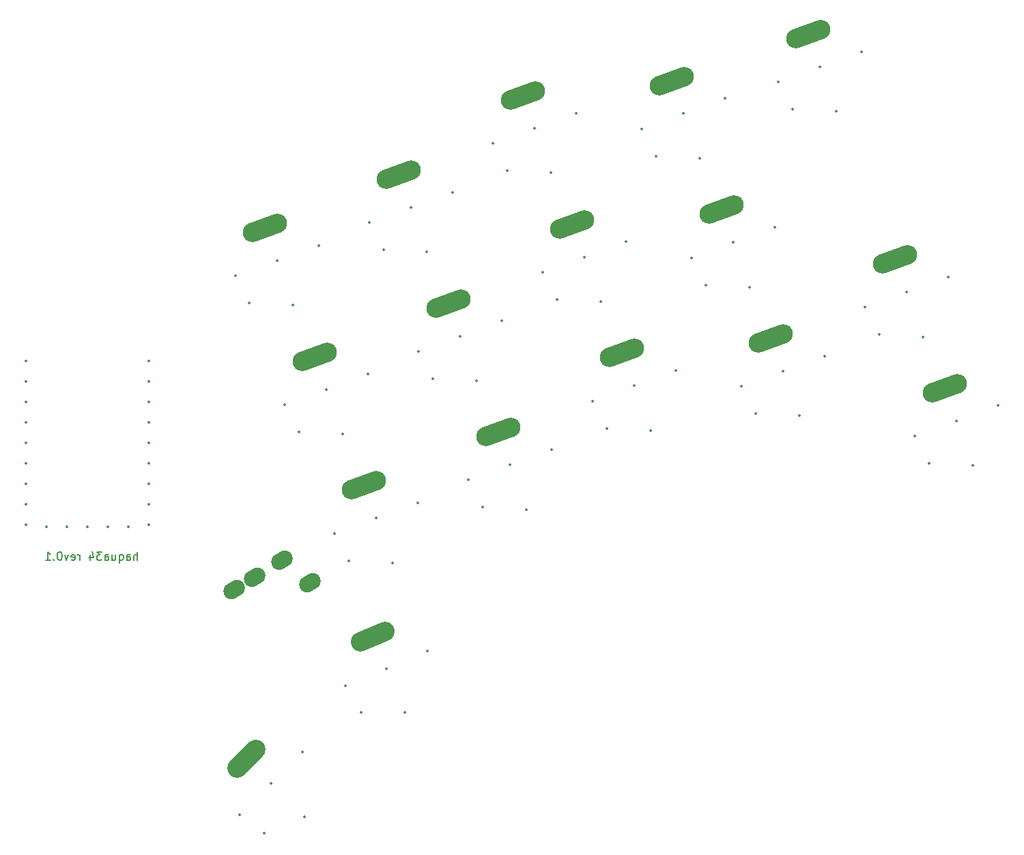
<source format=gbo>
%TF.GenerationSoftware,KiCad,Pcbnew,(6.0.11)*%
%TF.CreationDate,2024-04-13T23:15:29+09:00*%
%TF.ProjectId,haqua34_right-bottom-plate,68617175-6133-4345-9f72-696768742d62,rev?*%
%TF.SameCoordinates,Original*%
%TF.FileFunction,Legend,Bot*%
%TF.FilePolarity,Positive*%
%FSLAX46Y46*%
G04 Gerber Fmt 4.6, Leading zero omitted, Abs format (unit mm)*
G04 Created by KiCad (PCBNEW (6.0.11)) date 2024-04-13 23:15:29*
%MOMM*%
%LPD*%
G01*
G04 APERTURE LIST*
G04 Aperture macros list*
%AMHorizOval*
0 Thick line with rounded ends*
0 $1 width*
0 $2 $3 position (X,Y) of the first rounded end (center of the circle)*
0 $4 $5 position (X,Y) of the second rounded end (center of the circle)*
0 Add line between two ends*
20,1,$1,$2,$3,$4,$5,0*
0 Add two circle primitives to create the rounded ends*
1,1,$1,$2,$3*
1,1,$1,$4,$5*%
G04 Aperture macros list end*
%ADD10C,0.200000*%
%ADD11C,0.350000*%
%ADD12HorizOval,2.399999X-1.550493X-0.564333X1.550493X0.564333X0*%
%ADD13HorizOval,1.999999X0.341056X0.208999X-0.341056X-0.208999X0*%
%ADD14HorizOval,2.399999X-1.166726X-1.166726X1.166726X1.166726X0*%
%ADD15HorizOval,2.399999X-1.518833X-0.644706X1.518833X0.644706X0*%
G04 APERTURE END LIST*
D10*
X43141666Y-92877380D02*
X43141666Y-91877380D01*
X42713095Y-92877380D02*
X42713095Y-92353571D01*
X42760714Y-92258333D01*
X42855952Y-92210714D01*
X42998809Y-92210714D01*
X43094047Y-92258333D01*
X43141666Y-92305952D01*
X41808333Y-92877380D02*
X41808333Y-92353571D01*
X41855952Y-92258333D01*
X41951190Y-92210714D01*
X42141666Y-92210714D01*
X42236904Y-92258333D01*
X41808333Y-92829761D02*
X41903571Y-92877380D01*
X42141666Y-92877380D01*
X42236904Y-92829761D01*
X42284523Y-92734523D01*
X42284523Y-92639285D01*
X42236904Y-92544047D01*
X42141666Y-92496428D01*
X41903571Y-92496428D01*
X41808333Y-92448809D01*
X40903571Y-92210714D02*
X40903571Y-93210714D01*
X40903571Y-92829761D02*
X40998809Y-92877380D01*
X41189285Y-92877380D01*
X41284523Y-92829761D01*
X41332142Y-92782142D01*
X41379761Y-92686904D01*
X41379761Y-92401190D01*
X41332142Y-92305952D01*
X41284523Y-92258333D01*
X41189285Y-92210714D01*
X40998809Y-92210714D01*
X40903571Y-92258333D01*
X39998809Y-92210714D02*
X39998809Y-92877380D01*
X40427380Y-92210714D02*
X40427380Y-92734523D01*
X40379761Y-92829761D01*
X40284523Y-92877380D01*
X40141666Y-92877380D01*
X40046428Y-92829761D01*
X39998809Y-92782142D01*
X39094047Y-92877380D02*
X39094047Y-92353571D01*
X39141666Y-92258333D01*
X39236904Y-92210714D01*
X39427380Y-92210714D01*
X39522619Y-92258333D01*
X39094047Y-92829761D02*
X39189285Y-92877380D01*
X39427380Y-92877380D01*
X39522619Y-92829761D01*
X39570238Y-92734523D01*
X39570238Y-92639285D01*
X39522619Y-92544047D01*
X39427380Y-92496428D01*
X39189285Y-92496428D01*
X39094047Y-92448809D01*
X38713095Y-91877380D02*
X38094047Y-91877380D01*
X38427380Y-92258333D01*
X38284523Y-92258333D01*
X38189285Y-92305952D01*
X38141666Y-92353571D01*
X38094047Y-92448809D01*
X38094047Y-92686904D01*
X38141666Y-92782142D01*
X38189285Y-92829761D01*
X38284523Y-92877380D01*
X38570238Y-92877380D01*
X38665476Y-92829761D01*
X38713095Y-92782142D01*
X37236904Y-92210714D02*
X37236904Y-92877380D01*
X37475000Y-91829761D02*
X37713095Y-92544047D01*
X37094047Y-92544047D01*
X35951190Y-92877380D02*
X35951190Y-92210714D01*
X35951190Y-92401190D02*
X35903571Y-92305952D01*
X35855952Y-92258333D01*
X35760714Y-92210714D01*
X35665476Y-92210714D01*
X34951190Y-92829761D02*
X35046428Y-92877380D01*
X35236904Y-92877380D01*
X35332142Y-92829761D01*
X35379761Y-92734523D01*
X35379761Y-92353571D01*
X35332142Y-92258333D01*
X35236904Y-92210714D01*
X35046428Y-92210714D01*
X34951190Y-92258333D01*
X34903571Y-92353571D01*
X34903571Y-92448809D01*
X35379761Y-92544047D01*
X34570238Y-92210714D02*
X34332142Y-92877380D01*
X34094047Y-92210714D01*
X33522619Y-91877380D02*
X33427380Y-91877380D01*
X33332142Y-91925000D01*
X33284523Y-91972619D01*
X33236904Y-92067857D01*
X33189285Y-92258333D01*
X33189285Y-92496428D01*
X33236904Y-92686904D01*
X33284523Y-92782142D01*
X33332142Y-92829761D01*
X33427380Y-92877380D01*
X33522619Y-92877380D01*
X33617857Y-92829761D01*
X33665476Y-92782142D01*
X33713095Y-92686904D01*
X33760714Y-92496428D01*
X33760714Y-92258333D01*
X33713095Y-92067857D01*
X33665476Y-91972619D01*
X33617857Y-91925000D01*
X33522619Y-91877380D01*
X32760714Y-92782142D02*
X32713095Y-92829761D01*
X32760714Y-92877380D01*
X32808333Y-92829761D01*
X32760714Y-92782142D01*
X32760714Y-92877380D01*
X31760714Y-92877380D02*
X32332142Y-92877380D01*
X32046428Y-92877380D02*
X32046428Y-91877380D01*
X32141666Y-92020238D01*
X32236904Y-92115476D01*
X32332142Y-92163095D01*
D11*
X105683534Y-39363704D03*
D12*
X109375000Y-33425000D03*
D11*
X107453056Y-42763526D03*
X116020152Y-35601482D03*
X112869762Y-43026779D03*
X110851843Y-37482593D03*
X139556691Y-77481111D03*
X144725000Y-75600000D03*
D12*
X143248157Y-71542407D03*
D11*
X146742919Y-81144186D03*
X149893309Y-73718889D03*
X141326213Y-80880933D03*
D13*
X57651945Y-94983953D03*
X55094025Y-96551448D03*
X64535960Y-95691299D03*
X61062506Y-92893958D03*
D11*
X94417919Y-44844186D03*
X87231691Y-41181111D03*
X92400000Y-39300000D03*
X97568309Y-37418889D03*
D12*
X90923157Y-35242407D03*
D11*
X89001213Y-44580933D03*
X63567374Y-116664200D03*
D14*
X56625000Y-117500000D03*
D11*
X63850217Y-124725217D03*
X58829759Y-126775827D03*
X59678287Y-120553287D03*
X55789200Y-124442374D03*
D12*
X97075000Y-51225000D03*
D11*
X103720152Y-53401482D03*
X100569762Y-60826779D03*
X95153056Y-60563526D03*
X98551843Y-55282593D03*
X93383534Y-57163704D03*
D12*
X137050000Y-55575000D03*
D11*
X143695152Y-57751482D03*
X135128056Y-64913526D03*
X138526843Y-59632593D03*
X140544762Y-65176779D03*
X133358534Y-61513704D03*
X127776843Y-31682593D03*
X124378056Y-36963526D03*
X122608534Y-33563704D03*
D12*
X126300000Y-27625000D03*
D11*
X129794762Y-37226779D03*
X132945152Y-29801482D03*
X111856691Y-55356111D03*
D12*
X115548157Y-49417407D03*
D11*
X122193309Y-51593889D03*
X117025000Y-53475000D03*
X119042919Y-59019186D03*
X113626213Y-58755933D03*
X83176843Y-65107593D03*
X78008534Y-66988704D03*
X79778056Y-70388526D03*
X88345152Y-63226482D03*
X85194762Y-70651779D03*
D12*
X81700000Y-61050000D03*
D11*
X94520152Y-79176482D03*
X91369762Y-86601779D03*
X85953056Y-86338526D03*
X84183534Y-82938704D03*
X89351843Y-81057593D03*
D12*
X87875000Y-77000000D03*
D11*
X99558534Y-73138704D03*
X101328056Y-76538526D03*
D12*
X103250000Y-67200000D03*
D11*
X104726843Y-71257593D03*
X106744762Y-76801779D03*
X109895152Y-69376482D03*
X29284000Y-83430000D03*
X29284000Y-80890000D03*
X44524000Y-70730000D03*
X41984000Y-88713200D03*
X29284000Y-75810000D03*
X44524000Y-85970000D03*
X29284000Y-78350000D03*
X44524000Y-78350000D03*
X44524000Y-83430000D03*
X29284000Y-88510000D03*
X44524000Y-88510000D03*
X44524000Y-68190000D03*
X34364000Y-88713200D03*
X39444000Y-88713200D03*
X44524000Y-75810000D03*
X29284000Y-73270000D03*
X44524000Y-73270000D03*
X29284000Y-85970000D03*
X31824000Y-88713200D03*
X29284000Y-68190000D03*
X29284000Y-70730000D03*
X36904000Y-88713200D03*
X44524000Y-80890000D03*
X76305314Y-111780979D03*
X68937223Y-108499021D03*
X74000000Y-106350000D03*
X70882254Y-111801574D03*
X79062777Y-104200979D03*
D15*
X72312823Y-102375260D03*
D11*
X73626213Y-54405933D03*
X71856691Y-51006111D03*
X79042919Y-54669186D03*
X77025000Y-49125000D03*
X82193309Y-47243889D03*
D12*
X75548157Y-45067407D03*
D11*
X60425000Y-55725000D03*
X55256691Y-57606111D03*
X65593309Y-53843889D03*
X57026213Y-61005933D03*
D12*
X58948157Y-51667407D03*
D11*
X62442919Y-61269186D03*
X128345152Y-67551482D03*
X123176843Y-69432593D03*
X125194762Y-74976779D03*
X119778056Y-74713526D03*
D12*
X121700000Y-65375000D03*
D11*
X118008534Y-71313704D03*
X68594762Y-77251779D03*
X63178056Y-76988526D03*
X66576843Y-71707593D03*
D12*
X65100000Y-67650000D03*
D11*
X71745152Y-69826482D03*
X61408534Y-73588704D03*
X69328056Y-92963526D03*
X72726843Y-87682593D03*
X67558534Y-89563704D03*
X74744762Y-93226779D03*
X77895152Y-85801482D03*
D12*
X71250000Y-83625000D03*
M02*

</source>
